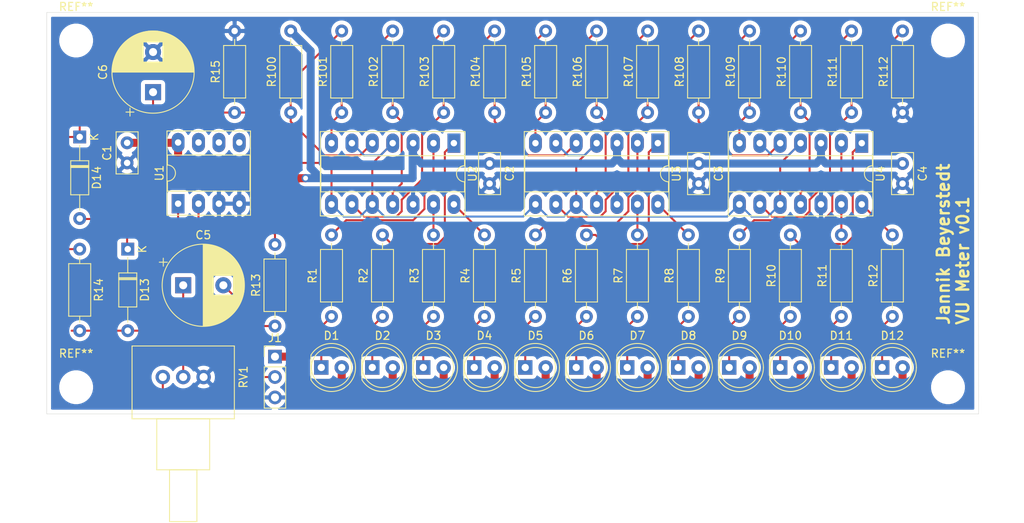
<source format=kicad_pcb>
(kicad_pcb (version 20171130) (host pcbnew "(5.1.7-0-10_14)")
  (title_block (title "VU Meter Module") (rev v0.1) (company "Jannik Beyerstedt") (comment 1 "Experimentation Prototype"))
  (layers (0 F.Cu signal) (31 B.Cu signal) (34 B.Paste user) (35 F.Paste user) (36 B.SilkS user) (37 F.SilkS user) (38 B.Mask user) (39 F.Mask user) (44 Edge.Cuts user))
  (net 0 "")
  (net 1 +15V)
  (net 2 "Net-(C5-Pad2)")
  (net 3 "Net-(C5-Pad1)")
  (net 4 "Net-(C6-Pad1)")
  (net 5 "Net-(D1-Pad1)")
  (net 6 "Net-(D2-Pad1)")
  (net 7 "Net-(D3-Pad1)")
  (net 8 "Net-(D4-Pad1)")
  (net 9 "Net-(D5-Pad1)")
  (net 10 "Net-(D6-Pad1)")
  (net 11 "Net-(D7-Pad1)")
  (net 12 "Net-(D8-Pad1)")
  (net 13 "Net-(D9-Pad1)")
  (net 14 "Net-(D10-Pad1)")
  (net 15 "Net-(D11-Pad1)")
  (net 16 "Net-(D12-Pad1)")
  (net 17 "Net-(D13-Pad2)")
  (net 18 "Net-(D13-Pad1)")
  (net 19 "Net-(R1-Pad2)")
  (net 20 "Net-(R2-Pad2)")
  (net 21 "Net-(R3-Pad2)")
  (net 22 "Net-(R4-Pad2)")
  (net 23 "Net-(R5-Pad2)")
  (net 24 "Net-(R6-Pad2)")
  (net 25 "Net-(R7-Pad2)")
  (net 26 "Net-(R8-Pad2)")
  (net 27 "Net-(R9-Pad2)")
  (net 28 "Net-(R10-Pad2)")
  (net 29 "Net-(R11-Pad2)")
  (net 30 "Net-(R12-Pad2)")
  (net 31 "Net-(R100-Pad1)")
  (net 32 "Net-(R101-Pad1)")
  (net 33 "Net-(R102-Pad1)")
  (net 34 "Net-(R103-Pad1)")
  (net 35 "Net-(R104-Pad1)")
  (net 36 "Net-(R105-Pad1)")
  (net 37 "Net-(R106-Pad1)")
  (net 38 "Net-(R107-Pad1)")
  (net 39 "Net-(R108-Pad1)")
  (net 40 "Net-(R109-Pad1)")
  (net 41 "Net-(R110-Pad1)")
  (net 42 "Net-(R111-Pad1)")
  (net 43 Line_Input)
  (net 44 GNDREF)
  (module Package_DIP:DIP-14_W7.62mm_Socket_LongPads (layer F.Cu) (at 131.5 36.275 270)
    (fp_text reference U4 (at 3.81 -2.33 90) (layer F.SilkS))
    (fp_text value LM339)
    (pad 14 thru_hole oval (at 7.62 0 270) (size 2.4 1.6) (drill 0.8) (layers *.Cu *.Mask) (net 30 "Net-(R12-Pad2)"))
    (pad 7 thru_hole oval (at 0 15.24 270) (size 2.4 1.6) (drill 0.8) (layers *.Cu *.Mask) (net 40 "Net-(R109-Pad1)"))
    (pad 13 thru_hole oval (at 7.62 2.54 270) (size 2.4 1.6) (drill 0.8) (layers *.Cu *.Mask) (net 29 "Net-(R11-Pad2)"))
    (pad 6 thru_hole oval (at 0 12.7 270) (size 2.4 1.6) (drill 0.8) (layers *.Cu *.Mask) (net 4 "Net-(C6-Pad1)"))
    (pad 12 thru_hole oval (at 7.62 5.08 270) (size 2.4 1.6) (drill 0.8) (layers *.Cu *.Mask) (net 44 GNDREF))
    (pad 5 thru_hole oval (at 0 10.16 270) (size 2.4 1.6) (drill 0.8) (layers *.Cu *.Mask) (net 39 "Net-(R108-Pad1)"))
    (pad 11 thru_hole oval (at 7.62 7.62 270) (size 2.4 1.6) (drill 0.8) (layers *.Cu *.Mask) (net 41 "Net-(R110-Pad1)"))
    (pad 4 thru_hole oval (at 0 7.62 270) (size 2.4 1.6) (drill 0.8) (layers *.Cu *.Mask) (net 4 "Net-(C6-Pad1)"))
    (pad 10 thru_hole oval (at 7.62 10.16 270) (size 2.4 1.6) (drill 0.8) (layers *.Cu *.Mask) (net 4 "Net-(C6-Pad1)"))
    (pad 3 thru_hole oval (at 0 5.08 270) (size 2.4 1.6) (drill 0.8) (layers *.Cu *.Mask) (net 1 +15V))
    (pad 9 thru_hole oval (at 7.62 12.7 270) (size 2.4 1.6) (drill 0.8) (layers *.Cu *.Mask) (net 42 "Net-(R111-Pad1)"))
    (pad 2 thru_hole oval (at 0 2.54 270) (size 2.4 1.6) (drill 0.8) (layers *.Cu *.Mask) (net 27 "Net-(R9-Pad2)"))
    (pad 8 thru_hole oval (at 7.62 15.24 270) (size 2.4 1.6) (drill 0.8) (layers *.Cu *.Mask) (net 4 "Net-(C6-Pad1)"))
    (pad 1 thru_hole rect (at 0 0 270) (size 2.4 1.6) (drill 0.8) (layers *.Cu *.Mask) (net 28 "Net-(R10-Pad2)"))
  )
  (module Package_DIP:DIP-14_W7.62mm_Socket_LongPads (layer F.Cu) (at 106.1 36.275 270)
    (fp_text reference U3 (at 3.81 -2.33 90) (layer F.SilkS))
    (fp_text value LM339)
    (pad 14 thru_hole oval (at 7.62 0 270) (size 2.4 1.6) (drill 0.8) (layers *.Cu *.Mask) (net 26 "Net-(R8-Pad2)"))
    (pad 7 thru_hole oval (at 0 15.24 270) (size 2.4 1.6) (drill 0.8) (layers *.Cu *.Mask) (net 36 "Net-(R105-Pad1)"))
    (pad 13 thru_hole oval (at 7.62 2.54 270) (size 2.4 1.6) (drill 0.8) (layers *.Cu *.Mask) (net 25 "Net-(R7-Pad2)"))
    (pad 6 thru_hole oval (at 0 12.7 270) (size 2.4 1.6) (drill 0.8) (layers *.Cu *.Mask) (net 4 "Net-(C6-Pad1)"))
    (pad 12 thru_hole oval (at 7.62 5.08 270) (size 2.4 1.6) (drill 0.8) (layers *.Cu *.Mask) (net 44 GNDREF))
    (pad 5 thru_hole oval (at 0 10.16 270) (size 2.4 1.6) (drill 0.8) (layers *.Cu *.Mask) (net 35 "Net-(R104-Pad1)"))
    (pad 11 thru_hole oval (at 7.62 7.62 270) (size 2.4 1.6) (drill 0.8) (layers *.Cu *.Mask) (net 37 "Net-(R106-Pad1)"))
    (pad 4 thru_hole oval (at 0 7.62 270) (size 2.4 1.6) (drill 0.8) (layers *.Cu *.Mask) (net 4 "Net-(C6-Pad1)"))
    (pad 10 thru_hole oval (at 7.62 10.16 270) (size 2.4 1.6) (drill 0.8) (layers *.Cu *.Mask) (net 4 "Net-(C6-Pad1)"))
    (pad 3 thru_hole oval (at 0 5.08 270) (size 2.4 1.6) (drill 0.8) (layers *.Cu *.Mask) (net 1 +15V))
    (pad 9 thru_hole oval (at 7.62 12.7 270) (size 2.4 1.6) (drill 0.8) (layers *.Cu *.Mask) (net 38 "Net-(R107-Pad1)"))
    (pad 2 thru_hole oval (at 0 2.54 270) (size 2.4 1.6) (drill 0.8) (layers *.Cu *.Mask) (net 23 "Net-(R5-Pad2)"))
    (pad 8 thru_hole oval (at 7.62 15.24 270) (size 2.4 1.6) (drill 0.8) (layers *.Cu *.Mask) (net 4 "Net-(C6-Pad1)"))
    (pad 1 thru_hole rect (at 0 0 270) (size 2.4 1.6) (drill 0.8) (layers *.Cu *.Mask) (net 24 "Net-(R6-Pad2)"))
  )
  (module MountingHole:MountingHole_3.2mm_M3 (layer F.Cu) (at 33.655 23.495)
    (fp_text reference REF** (at 0 -4.2) (layer F.SilkS))
    (fp_text value MountingHole_3.2mm_M3)
    (pad 1 np_thru_hole circle (at 0 0) (size 3.2 3.2) (drill 3.2) (layers *.Cu *.Mask))
  )
  (module MountingHole:MountingHole_3.2mm_M3 (layer F.Cu) (at 142.24 66.675)
    (fp_text reference REF** (at 0 -4.2) (layer F.SilkS))
    (fp_text value MountingHole_3.2mm_M3)
    (pad 1 np_thru_hole circle (at 0 0) (size 3.2 3.2) (drill 3.2) (layers *.Cu *.Mask))
  )
  (module MountingHole:MountingHole_3.2mm_M3 (layer F.Cu) (at 142.24 23.495)
    (fp_text reference REF** (at 0 -4.2) (layer F.SilkS))
    (fp_text value MountingHole_3.2mm_M3)
    (pad 1 np_thru_hole circle (at 0 0) (size 3.2 3.2) (drill 3.2) (layers *.Cu *.Mask))
  )
  (module MountingHole:MountingHole_3.2mm_M3 (layer F.Cu) (at 33.655 66.675)
    (fp_text reference REF** (at 0 -4.2) (layer F.SilkS))
    (fp_text value MountingHole_3.2mm_M3)
    (pad 1 np_thru_hole circle (at 0 0) (size 3.2 3.2) (drill 3.2) (layers *.Cu *.Mask))
  )
  (module Connector_PinHeader_2.54mm:PinHeader_1x03_P2.54mm_Vertical (layer F.Cu) (at 58.42 62.865)
    (fp_text reference J1 (at 0 -2.33) (layer F.SilkS))
    (fp_text value Pwr_Signal)
    (pad 3 thru_hole oval (at 0 5.08) (size 1.7 1.7) (drill 1) (layers *.Cu *.Mask) (net 44 GNDREF))
    (pad 2 thru_hole oval (at 0 2.54) (size 1.7 1.7) (drill 1) (layers *.Cu *.Mask) (net 43 Line_Input))
    (pad 1 thru_hole rect (at 0 0) (size 1.7 1.7) (drill 1) (layers *.Cu *.Mask) (net 1 +15V))
  )
  (module Package_DIP:DIP-14_W7.62mm_Socket_LongPads (layer F.Cu) (at 80.7 36.275 270)
    (fp_text reference U2 (at 3.81 -2.33 90) (layer F.SilkS))
    (fp_text value LM339)
    (pad 14 thru_hole oval (at 7.62 0 270) (size 2.4 1.6) (drill 0.8) (layers *.Cu *.Mask) (net 22 "Net-(R4-Pad2)"))
    (pad 7 thru_hole oval (at 0 15.24 270) (size 2.4 1.6) (drill 0.8) (layers *.Cu *.Mask) (net 32 "Net-(R101-Pad1)"))
    (pad 13 thru_hole oval (at 7.62 2.54 270) (size 2.4 1.6) (drill 0.8) (layers *.Cu *.Mask) (net 21 "Net-(R3-Pad2)"))
    (pad 6 thru_hole oval (at 0 12.7 270) (size 2.4 1.6) (drill 0.8) (layers *.Cu *.Mask) (net 4 "Net-(C6-Pad1)"))
    (pad 12 thru_hole oval (at 7.62 5.08 270) (size 2.4 1.6) (drill 0.8) (layers *.Cu *.Mask) (net 44 GNDREF))
    (pad 5 thru_hole oval (at 0 10.16 270) (size 2.4 1.6) (drill 0.8) (layers *.Cu *.Mask) (net 31 "Net-(R100-Pad1)"))
    (pad 11 thru_hole oval (at 7.62 7.62 270) (size 2.4 1.6) (drill 0.8) (layers *.Cu *.Mask) (net 33 "Net-(R102-Pad1)"))
    (pad 4 thru_hole oval (at 0 7.62 270) (size 2.4 1.6) (drill 0.8) (layers *.Cu *.Mask) (net 4 "Net-(C6-Pad1)"))
    (pad 10 thru_hole oval (at 7.62 10.16 270) (size 2.4 1.6) (drill 0.8) (layers *.Cu *.Mask) (net 4 "Net-(C6-Pad1)"))
    (pad 3 thru_hole oval (at 0 5.08 270) (size 2.4 1.6) (drill 0.8) (layers *.Cu *.Mask) (net 1 +15V))
    (pad 9 thru_hole oval (at 7.62 12.7 270) (size 2.4 1.6) (drill 0.8) (layers *.Cu *.Mask) (net 34 "Net-(R103-Pad1)"))
    (pad 2 thru_hole oval (at 0 2.54 270) (size 2.4 1.6) (drill 0.8) (layers *.Cu *.Mask) (net 19 "Net-(R1-Pad2)"))
    (pad 8 thru_hole oval (at 7.62 15.24 270) (size 2.4 1.6) (drill 0.8) (layers *.Cu *.Mask) (net 4 "Net-(C6-Pad1)"))
    (pad 1 thru_hole rect (at 0 0 270) (size 2.4 1.6) (drill 0.8) (layers *.Cu *.Mask) (net 20 "Net-(R2-Pad2)"))
  )
  (module Package_DIP:DIP-8_W7.62mm_Socket_LongPads (layer F.Cu) (at 46.355 43.815 90)
    (fp_text reference U1 (at 3.81 -2.33 90) (layer F.SilkS))
    (fp_text value LM833N)
    (pad 8 thru_hole oval (at 7.62 0 90) (size 2.4 1.6) (drill 0.8) (layers *.Cu *.Mask) (net 1 +15V))
    (pad 4 thru_hole oval (at 0 7.62 90) (size 2.4 1.6) (drill 0.8) (layers *.Cu *.Mask) (net 44 GNDREF))
    (pad 7 thru_hole oval (at 7.62 2.54 90) (size 2.4 1.6) (drill 0.8) (layers *.Cu *.Mask))
    (pad 3 thru_hole oval (at 0 5.08 90) (size 2.4 1.6) (drill 0.8) (layers *.Cu *.Mask) (net 44 GNDREF))
    (pad 6 thru_hole oval (at 7.62 5.08 90) (size 2.4 1.6) (drill 0.8) (layers *.Cu *.Mask))
    (pad 2 thru_hole oval (at 0 2.54 90) (size 2.4 1.6) (drill 0.8) (layers *.Cu *.Mask) (net 17 "Net-(D13-Pad2)"))
    (pad 5 thru_hole oval (at 7.62 7.62 90) (size 2.4 1.6) (drill 0.8) (layers *.Cu *.Mask))
    (pad 1 thru_hole rect (at 0 0 90) (size 2.4 1.6) (drill 0.8) (layers *.Cu *.Mask) (net 18 "Net-(D13-Pad1)"))
  )
  (module Potentiometer_THT:Potentiometer_Vishay_148-149_Single_Horizontal (layer F.Cu) (at 44.45 65.405 270)
    (fp_text reference RV1 (at 0 -10.04 90) (layer F.SilkS))
    (fp_text value 50K)
    (pad 1 thru_hole circle (at 0 0 270) (size 1.8 1.8) (drill 1) (layers *.Cu *.Mask) (net 43 Line_Input))
    (pad 2 thru_hole circle (at 0 -2.54 270) (size 1.8 1.8) (drill 1) (layers *.Cu *.Mask) (net 3 "Net-(C5-Pad1)"))
    (pad 3 thru_hole circle (at 0 -5.08 270) (size 1.8 1.8) (drill 1) (layers *.Cu *.Mask) (net 44 GNDREF))
  )
  (module Resistor_THT:R_Axial_DIN0207_L6.3mm_D2.5mm_P10.16mm_Horizontal (layer F.Cu) (at 136.58 32.465 90)
    (fp_text reference R112 (at 5.08 -2.37 90) (layer F.SilkS))
    (fp_text value 68R)
    (pad 2 thru_hole oval (at 10.16 0 90) (size 1.6 1.6) (drill 0.8) (layers *.Cu *.Mask) (net 42 "Net-(R111-Pad1)"))
    (pad 1 thru_hole circle (at 0 0 90) (size 1.6 1.6) (drill 0.8) (layers *.Cu *.Mask) (net 44 GNDREF))
  )
  (module Resistor_THT:R_Axial_DIN0207_L6.3mm_D2.5mm_P10.16mm_Horizontal (layer F.Cu) (at 130.23 32.465 90)
    (fp_text reference R111 (at 5.08 -2.37 90) (layer F.SilkS))
    (fp_text value 39R)
    (pad 2 thru_hole oval (at 10.16 0 90) (size 1.6 1.6) (drill 0.8) (layers *.Cu *.Mask) (net 41 "Net-(R110-Pad1)"))
    (pad 1 thru_hole circle (at 0 0 90) (size 1.6 1.6) (drill 0.8) (layers *.Cu *.Mask) (net 42 "Net-(R111-Pad1)"))
  )
  (module Resistor_THT:R_Axial_DIN0207_L6.3mm_D2.5mm_P10.16mm_Horizontal (layer F.Cu) (at 123.88 32.465 90)
    (fp_text reference R110 (at 5.08 -2.37 90) (layer F.SilkS))
    (fp_text value 68R)
    (pad 2 thru_hole oval (at 10.16 0 90) (size 1.6 1.6) (drill 0.8) (layers *.Cu *.Mask) (net 40 "Net-(R109-Pad1)"))
    (pad 1 thru_hole circle (at 0 0 90) (size 1.6 1.6) (drill 0.8) (layers *.Cu *.Mask) (net 41 "Net-(R110-Pad1)"))
  )
  (module Resistor_THT:R_Axial_DIN0207_L6.3mm_D2.5mm_P10.16mm_Horizontal (layer F.Cu) (at 117.53 32.465 90)
    (fp_text reference R109 (at 5.08 -2.37 90) (layer F.SilkS))
    (fp_text value 100R)
    (pad 2 thru_hole oval (at 10.16 0 90) (size 1.6 1.6) (drill 0.8) (layers *.Cu *.Mask) (net 39 "Net-(R108-Pad1)"))
    (pad 1 thru_hole circle (at 0 0 90) (size 1.6 1.6) (drill 0.8) (layers *.Cu *.Mask) (net 40 "Net-(R109-Pad1)"))
  )
  (module Resistor_THT:R_Axial_DIN0207_L6.3mm_D2.5mm_P10.16mm_Horizontal (layer F.Cu) (at 111.18 32.465 90)
    (fp_text reference R108 (at 5.08 -2.37 90) (layer F.SilkS))
    (fp_text value 150R)
    (pad 2 thru_hole oval (at 10.16 0 90) (size 1.6 1.6) (drill 0.8) (layers *.Cu *.Mask) (net 38 "Net-(R107-Pad1)"))
    (pad 1 thru_hole circle (at 0 0 90) (size 1.6 1.6) (drill 0.8) (layers *.Cu *.Mask) (net 39 "Net-(R108-Pad1)"))
  )
  (module Resistor_THT:R_Axial_DIN0207_L6.3mm_D2.5mm_P10.16mm_Horizontal (layer F.Cu) (at 104.83 32.465 90)
    (fp_text reference R107 (at 5.08 -2.37 90) (layer F.SilkS))
    (fp_text value 270R)
    (pad 2 thru_hole oval (at 10.16 0 90) (size 1.6 1.6) (drill 0.8) (layers *.Cu *.Mask) (net 37 "Net-(R106-Pad1)"))
    (pad 1 thru_hole circle (at 0 0 90) (size 1.6 1.6) (drill 0.8) (layers *.Cu *.Mask) (net 38 "Net-(R107-Pad1)"))
  )
  (module Resistor_THT:R_Axial_DIN0207_L6.3mm_D2.5mm_P10.16mm_Horizontal (layer F.Cu) (at 98.48 32.465 90)
    (fp_text reference R106 (at 5.08 -2.37 90) (layer F.SilkS))
    (fp_text value 390R)
    (pad 2 thru_hole oval (at 10.16 0 90) (size 1.6 1.6) (drill 0.8) (layers *.Cu *.Mask) (net 36 "Net-(R105-Pad1)"))
    (pad 1 thru_hole circle (at 0 0 90) (size 1.6 1.6) (drill 0.8) (layers *.Cu *.Mask) (net 37 "Net-(R106-Pad1)"))
  )
  (module Resistor_THT:R_Axial_DIN0207_L6.3mm_D2.5mm_P10.16mm_Horizontal (layer F.Cu) (at 92.13 32.465 90)
    (fp_text reference R105 (at 5.08 -2.37 90) (layer F.SilkS))
    (fp_text value 680R)
    (pad 2 thru_hole oval (at 10.16 0 90) (size 1.6 1.6) (drill 0.8) (layers *.Cu *.Mask) (net 35 "Net-(R104-Pad1)"))
    (pad 1 thru_hole circle (at 0 0 90) (size 1.6 1.6) (drill 0.8) (layers *.Cu *.Mask) (net 36 "Net-(R105-Pad1)"))
  )
  (module Resistor_THT:R_Axial_DIN0207_L6.3mm_D2.5mm_P10.16mm_Horizontal (layer F.Cu) (at 85.78 32.465 90)
    (fp_text reference R104 (at 5.08 -2.37 90) (layer F.SilkS))
    (fp_text value 1K)
    (pad 2 thru_hole oval (at 10.16 0 90) (size 1.6 1.6) (drill 0.8) (layers *.Cu *.Mask) (net 34 "Net-(R103-Pad1)"))
    (pad 1 thru_hole circle (at 0 0 90) (size 1.6 1.6) (drill 0.8) (layers *.Cu *.Mask) (net 35 "Net-(R104-Pad1)"))
  )
  (module Resistor_THT:R_Axial_DIN0207_L6.3mm_D2.5mm_P10.16mm_Horizontal (layer F.Cu) (at 79.43 32.465 90)
    (fp_text reference R103 (at 5.08 -2.37 90) (layer F.SilkS))
    (fp_text value 1.5K)
    (pad 2 thru_hole oval (at 10.16 0 90) (size 1.6 1.6) (drill 0.8) (layers *.Cu *.Mask) (net 33 "Net-(R102-Pad1)"))
    (pad 1 thru_hole circle (at 0 0 90) (size 1.6 1.6) (drill 0.8) (layers *.Cu *.Mask) (net 34 "Net-(R103-Pad1)"))
  )
  (module Resistor_THT:R_Axial_DIN0207_L6.3mm_D2.5mm_P10.16mm_Horizontal (layer F.Cu) (at 73.08 32.465 90)
    (fp_text reference R102 (at 5.08 -2.37 90) (layer F.SilkS))
    (fp_text value 2.7K)
    (pad 2 thru_hole oval (at 10.16 0 90) (size 1.6 1.6) (drill 0.8) (layers *.Cu *.Mask) (net 32 "Net-(R101-Pad1)"))
    (pad 1 thru_hole circle (at 0 0 90) (size 1.6 1.6) (drill 0.8) (layers *.Cu *.Mask) (net 33 "Net-(R102-Pad1)"))
  )
  (module Resistor_THT:R_Axial_DIN0207_L6.3mm_D2.5mm_P10.16mm_Horizontal (layer F.Cu) (at 66.73 32.465 90)
    (fp_text reference R101 (at 5.08 -2.37 90) (layer F.SilkS))
    (fp_text value 3.9K)
    (pad 2 thru_hole oval (at 10.16 0 90) (size 1.6 1.6) (drill 0.8) (layers *.Cu *.Mask) (net 31 "Net-(R100-Pad1)"))
    (pad 1 thru_hole circle (at 0 0 90) (size 1.6 1.6) (drill 0.8) (layers *.Cu *.Mask) (net 32 "Net-(R101-Pad1)"))
  )
  (module Resistor_THT:R_Axial_DIN0207_L6.3mm_D2.5mm_P10.16mm_Horizontal (layer F.Cu) (at 60.38 32.465 90)
    (fp_text reference R100 (at 5.08 -2.37 90) (layer F.SilkS))
    (fp_text value 2.7K)
    (pad 2 thru_hole oval (at 10.16 0 90) (size 1.6 1.6) (drill 0.8) (layers *.Cu *.Mask) (net 1 +15V))
    (pad 1 thru_hole circle (at 0 0 90) (size 1.6 1.6) (drill 0.8) (layers *.Cu *.Mask) (net 31 "Net-(R100-Pad1)"))
  )
  (module Resistor_THT:R_Axial_DIN0207_L6.3mm_D2.5mm_P10.16mm_Horizontal (layer F.Cu) (at 53.395 32.465 90)
    (fp_text reference R15 (at 5.08 -2.37 90) (layer F.SilkS))
    (fp_text value 10K)
    (pad 2 thru_hole oval (at 10.16 0 90) (size 1.6 1.6) (drill 0.8) (layers *.Cu *.Mask) (net 44 GNDREF))
    (pad 1 thru_hole circle (at 0 0 90) (size 1.6 1.6) (drill 0.8) (layers *.Cu *.Mask) (net 4 "Net-(C6-Pad1)"))
  )
  (module Resistor_THT:R_Axial_DIN0207_L6.3mm_D2.5mm_P10.16mm_Horizontal (layer F.Cu) (at 34.1 49.475 270)
    (fp_text reference R14 (at 5.08 -2.37 90) (layer F.SilkS))
    (fp_text value 3.9K)
    (pad 2 thru_hole oval (at 10.16 0 270) (size 1.6 1.6) (drill 0.8) (layers *.Cu *.Mask) (net 17 "Net-(D13-Pad2)"))
    (pad 1 thru_hole circle (at 0 0 270) (size 1.6 1.6) (drill 0.8) (layers *.Cu *.Mask) (net 4 "Net-(C6-Pad1)"))
  )
  (module Resistor_THT:R_Axial_DIN0207_L6.3mm_D2.5mm_P10.16mm_Horizontal (layer F.Cu) (at 58.42 59.055 90)
    (fp_text reference R13 (at 5.08 -2.37 90) (layer F.SilkS))
    (fp_text value 1K)
    (pad 2 thru_hole oval (at 10.16 0 90) (size 1.6 1.6) (drill 0.8) (layers *.Cu *.Mask) (net 17 "Net-(D13-Pad2)"))
    (pad 1 thru_hole circle (at 0 0 90) (size 1.6 1.6) (drill 0.8) (layers *.Cu *.Mask) (net 2 "Net-(C5-Pad2)"))
  )
  (module Resistor_THT:R_Axial_DIN0207_L6.3mm_D2.5mm_P10.16mm_Horizontal (layer F.Cu) (at 135.31 57.865 90)
    (fp_text reference R12 (at 5.08 -2.37 90) (layer F.SilkS))
    (fp_text value R)
    (pad 2 thru_hole oval (at 10.16 0 90) (size 1.6 1.6) (drill 0.8) (layers *.Cu *.Mask) (net 30 "Net-(R12-Pad2)"))
    (pad 1 thru_hole circle (at 0 0 90) (size 1.6 1.6) (drill 0.8) (layers *.Cu *.Mask) (net 16 "Net-(D12-Pad1)"))
  )
  (module Resistor_THT:R_Axial_DIN0207_L6.3mm_D2.5mm_P10.16mm_Horizontal (layer F.Cu) (at 128.96 57.865 90)
    (fp_text reference R11 (at 5.08 -2.37 90) (layer F.SilkS))
    (fp_text value R)
    (pad 2 thru_hole oval (at 10.16 0 90) (size 1.6 1.6) (drill 0.8) (layers *.Cu *.Mask) (net 29 "Net-(R11-Pad2)"))
    (pad 1 thru_hole circle (at 0 0 90) (size 1.6 1.6) (drill 0.8) (layers *.Cu *.Mask) (net 15 "Net-(D11-Pad1)"))
  )
  (module Resistor_THT:R_Axial_DIN0207_L6.3mm_D2.5mm_P10.16mm_Horizontal (layer F.Cu) (at 122.61 57.865 90)
    (fp_text reference R10 (at 5.08 -2.37 90) (layer F.SilkS))
    (fp_text value R)
    (pad 2 thru_hole oval (at 10.16 0 90) (size 1.6 1.6) (drill 0.8) (layers *.Cu *.Mask) (net 28 "Net-(R10-Pad2)"))
    (pad 1 thru_hole circle (at 0 0 90) (size 1.6 1.6) (drill 0.8) (layers *.Cu *.Mask) (net 14 "Net-(D10-Pad1)"))
  )
  (module Resistor_THT:R_Axial_DIN0207_L6.3mm_D2.5mm_P10.16mm_Horizontal (layer F.Cu) (at 116.26 57.865 90)
    (fp_text reference R9 (at 5.08 -2.37 90) (layer F.SilkS))
    (fp_text value R)
    (pad 2 thru_hole oval (at 10.16 0 90) (size 1.6 1.6) (drill 0.8) (layers *.Cu *.Mask) (net 27 "Net-(R9-Pad2)"))
    (pad 1 thru_hole circle (at 0 0 90) (size 1.6 1.6) (drill 0.8) (layers *.Cu *.Mask) (net 13 "Net-(D9-Pad1)"))
  )
  (module Resistor_THT:R_Axial_DIN0207_L6.3mm_D2.5mm_P10.16mm_Horizontal (layer F.Cu) (at 109.91 57.865 90)
    (fp_text reference R8 (at 5.08 -2.37 90) (layer F.SilkS))
    (fp_text value R)
    (pad 2 thru_hole oval (at 10.16 0 90) (size 1.6 1.6) (drill 0.8) (layers *.Cu *.Mask) (net 26 "Net-(R8-Pad2)"))
    (pad 1 thru_hole circle (at 0 0 90) (size 1.6 1.6) (drill 0.8) (layers *.Cu *.Mask) (net 12 "Net-(D8-Pad1)"))
  )
  (module Resistor_THT:R_Axial_DIN0207_L6.3mm_D2.5mm_P10.16mm_Horizontal (layer F.Cu) (at 103.56 57.865 90)
    (fp_text reference R7 (at 5.08 -2.37 90) (layer F.SilkS))
    (fp_text value R)
    (pad 2 thru_hole oval (at 10.16 0 90) (size 1.6 1.6) (drill 0.8) (layers *.Cu *.Mask) (net 25 "Net-(R7-Pad2)"))
    (pad 1 thru_hole circle (at 0 0 90) (size 1.6 1.6) (drill 0.8) (layers *.Cu *.Mask) (net 11 "Net-(D7-Pad1)"))
  )
  (module Resistor_THT:R_Axial_DIN0207_L6.3mm_D2.5mm_P10.16mm_Horizontal (layer F.Cu) (at 97.21 57.865 90)
    (fp_text reference R6 (at 5.08 -2.37 90) (layer F.SilkS))
    (fp_text value R)
    (pad 2 thru_hole oval (at 10.16 0 90) (size 1.6 1.6) (drill 0.8) (layers *.Cu *.Mask) (net 24 "Net-(R6-Pad2)"))
    (pad 1 thru_hole circle (at 0 0 90) (size 1.6 1.6) (drill 0.8) (layers *.Cu *.Mask) (net 10 "Net-(D6-Pad1)"))
  )
  (module Resistor_THT:R_Axial_DIN0207_L6.3mm_D2.5mm_P10.16mm_Horizontal (layer F.Cu) (at 90.86 57.865 90)
    (fp_text reference R5 (at 5.08 -2.37 90) (layer F.SilkS))
    (fp_text value R)
    (pad 2 thru_hole oval (at 10.16 0 90) (size 1.6 1.6) (drill 0.8) (layers *.Cu *.Mask) (net 23 "Net-(R5-Pad2)"))
    (pad 1 thru_hole circle (at 0 0 90) (size 1.6 1.6) (drill 0.8) (layers *.Cu *.Mask) (net 9 "Net-(D5-Pad1)"))
  )
  (module Resistor_THT:R_Axial_DIN0207_L6.3mm_D2.5mm_P10.16mm_Horizontal (layer F.Cu) (at 84.51 57.865 90)
    (fp_text reference R4 (at 5.08 -2.37 90) (layer F.SilkS))
    (fp_text value R)
    (pad 2 thru_hole oval (at 10.16 0 90) (size 1.6 1.6) (drill 0.8) (layers *.Cu *.Mask) (net 22 "Net-(R4-Pad2)"))
    (pad 1 thru_hole circle (at 0 0 90) (size 1.6 1.6) (drill 0.8) (layers *.Cu *.Mask) (net 8 "Net-(D4-Pad1)"))
  )
  (module Resistor_THT:R_Axial_DIN0207_L6.3mm_D2.5mm_P10.16mm_Horizontal (layer F.Cu) (at 78.16 57.865 90)
    (fp_text reference R3 (at 5.08 -2.37 90) (layer F.SilkS))
    (fp_text value R)
    (pad 2 thru_hole oval (at 10.16 0 90) (size 1.6 1.6) (drill 0.8) (layers *.Cu *.Mask) (net 21 "Net-(R3-Pad2)"))
    (pad 1 thru_hole circle (at 0 0 90) (size 1.6 1.6) (drill 0.8) (layers *.Cu *.Mask) (net 7 "Net-(D3-Pad1)"))
  )
  (module Resistor_THT:R_Axial_DIN0207_L6.3mm_D2.5mm_P10.16mm_Horizontal (layer F.Cu) (at 71.81 57.865 90)
    (fp_text reference R2 (at 5.08 -2.37 90) (layer F.SilkS))
    (fp_text value R)
    (pad 2 thru_hole oval (at 10.16 0 90) (size 1.6 1.6) (drill 0.8) (layers *.Cu *.Mask) (net 20 "Net-(R2-Pad2)"))
    (pad 1 thru_hole circle (at 0 0 90) (size 1.6 1.6) (drill 0.8) (layers *.Cu *.Mask) (net 6 "Net-(D2-Pad1)"))
  )
  (module Resistor_THT:R_Axial_DIN0207_L6.3mm_D2.5mm_P10.16mm_Horizontal (layer F.Cu) (at 65.46 57.865 90)
    (fp_text reference R1 (at 5.08 -2.37 90) (layer F.SilkS))
    (fp_text value R)
    (pad 2 thru_hole oval (at 10.16 0 90) (size 1.6 1.6) (drill 0.8) (layers *.Cu *.Mask) (net 19 "Net-(R1-Pad2)"))
    (pad 1 thru_hole circle (at 0 0 90) (size 1.6 1.6) (drill 0.8) (layers *.Cu *.Mask) (net 5 "Net-(D1-Pad1)"))
  )
  (module Diode_THT:D_DO-35_SOD27_P10.16mm_Horizontal (layer F.Cu) (at 34.1 35.505 270)
    (fp_text reference D14 (at 5.08 -2.12 90) (layer F.SilkS))
    (fp_text value 1N4148)
    (fp_text user K (at 0 -1.8 90) (layer F.SilkS))
    (pad 2 thru_hole oval (at 10.16 0 270) (size 1.6 1.6) (drill 0.8) (layers *.Cu *.Mask) (net 18 "Net-(D13-Pad1)"))
    (pad 1 thru_hole rect (at 0 0 270) (size 1.6 1.6) (drill 0.8) (layers *.Cu *.Mask) (net 4 "Net-(C6-Pad1)"))
  )
  (module Diode_THT:D_DO-35_SOD27_P10.16mm_Horizontal (layer F.Cu) (at 40.085 49.475 270)
    (fp_text reference D13 (at 5.08 -2.12 90) (layer F.SilkS))
    (fp_text value 1N4148)
    (fp_text user K (at 0 -1.8 90) (layer F.SilkS))
    (pad 2 thru_hole oval (at 10.16 0 270) (size 1.6 1.6) (drill 0.8) (layers *.Cu *.Mask) (net 17 "Net-(D13-Pad2)"))
    (pad 1 thru_hole rect (at 0 0 270) (size 1.6 1.6) (drill 0.8) (layers *.Cu *.Mask) (net 18 "Net-(D13-Pad1)"))
  )
  (module LED_THT:LED_D5.0mm (layer F.Cu) (at 134.04 64.215)
    (fp_text reference D12 (at 1.27 -3.96) (layer F.SilkS))
    (fp_text value "-32 rd")
    (pad 2 thru_hole circle (at 2.54 0) (size 1.8 1.8) (drill 0.9) (layers *.Cu *.Mask) (net 1 +15V))
    (pad 1 thru_hole rect (at 0 0) (size 1.8 1.8) (drill 0.9) (layers *.Cu *.Mask) (net 16 "Net-(D12-Pad1)"))
  )
  (module LED_THT:LED_D5.0mm (layer F.Cu) (at 127.69 64.215)
    (fp_text reference D11 (at 1.27 -3.96) (layer F.SilkS))
    (fp_text value "-28 rd")
    (pad 2 thru_hole circle (at 2.54 0) (size 1.8 1.8) (drill 0.9) (layers *.Cu *.Mask) (net 1 +15V))
    (pad 1 thru_hole rect (at 0 0) (size 1.8 1.8) (drill 0.9) (layers *.Cu *.Mask) (net 15 "Net-(D11-Pad1)"))
  )
  (module LED_THT:LED_D5.0mm (layer F.Cu) (at 121.34 64.215)
    (fp_text reference D10 (at 1.27 -3.96) (layer F.SilkS))
    (fp_text value "-24 rd")
    (pad 2 thru_hole circle (at 2.54 0) (size 1.8 1.8) (drill 0.9) (layers *.Cu *.Mask) (net 1 +15V))
    (pad 1 thru_hole rect (at 0 0) (size 1.8 1.8) (drill 0.9) (layers *.Cu *.Mask) (net 14 "Net-(D10-Pad1)"))
  )
  (module LED_THT:LED_D5.0mm (layer F.Cu) (at 114.99 64.215)
    (fp_text reference D9 (at 1.27 -3.96) (layer F.SilkS))
    (fp_text value "-20 rd")
    (pad 2 thru_hole circle (at 2.54 0) (size 1.8 1.8) (drill 0.9) (layers *.Cu *.Mask) (net 1 +15V))
    (pad 1 thru_hole rect (at 0 0) (size 1.8 1.8) (drill 0.9) (layers *.Cu *.Mask) (net 13 "Net-(D9-Pad1)"))
  )
  (module LED_THT:LED_D5.0mm (layer F.Cu) (at 108.64 64.215)
    (fp_text reference D8 (at 1.27 -3.96) (layer F.SilkS))
    (fp_text value "-16 ye")
    (pad 2 thru_hole circle (at 2.54 0) (size 1.8 1.8) (drill 0.9) (layers *.Cu *.Mask) (net 1 +15V))
    (pad 1 thru_hole rect (at 0 0) (size 1.8 1.8) (drill 0.9) (layers *.Cu *.Mask) (net 12 "Net-(D8-Pad1)"))
  )
  (module LED_THT:LED_D5.0mm (layer F.Cu) (at 102.29 64.215)
    (fp_text reference D7 (at 1.27 -3.96) (layer F.SilkS))
    (fp_text value "-12 ye")
    (pad 2 thru_hole circle (at 2.54 0) (size 1.8 1.8) (drill 0.9) (layers *.Cu *.Mask) (net 1 +15V))
    (pad 1 thru_hole rect (at 0 0) (size 1.8 1.8) (drill 0.9) (layers *.Cu *.Mask) (net 11 "Net-(D7-Pad1)"))
  )
  (module LED_THT:LED_D5.0mm (layer F.Cu) (at 95.94 64.215)
    (fp_text reference D6 (at 1.27 -3.96) (layer F.SilkS))
    (fp_text value "-8 gn")
    (pad 2 thru_hole circle (at 2.54 0) (size 1.8 1.8) (drill 0.9) (layers *.Cu *.Mask) (net 1 +15V))
    (pad 1 thru_hole rect (at 0 0) (size 1.8 1.8) (drill 0.9) (layers *.Cu *.Mask) (net 10 "Net-(D6-Pad1)"))
  )
  (module LED_THT:LED_D5.0mm (layer F.Cu) (at 89.59 64.215)
    (fp_text reference D5 (at 1.27 -3.96) (layer F.SilkS))
    (fp_text value "-4 gn")
    (pad 2 thru_hole circle (at 2.54 0) (size 1.8 1.8) (drill 0.9) (layers *.Cu *.Mask) (net 1 +15V))
    (pad 1 thru_hole rect (at 0 0) (size 1.8 1.8) (drill 0.9) (layers *.Cu *.Mask) (net 9 "Net-(D5-Pad1)"))
  )
  (module LED_THT:LED_D5.0mm (layer F.Cu) (at 83.24 64.215)
    (fp_text reference D4 (at 1.27 -3.96) (layer F.SilkS))
    (fp_text value "0 gn")
    (pad 2 thru_hole circle (at 2.54 0) (size 1.8 1.8) (drill 0.9) (layers *.Cu *.Mask) (net 1 +15V))
    (pad 1 thru_hole rect (at 0 0) (size 1.8 1.8) (drill 0.9) (layers *.Cu *.Mask) (net 8 "Net-(D4-Pad1)"))
  )
  (module LED_THT:LED_D5.0mm (layer F.Cu) (at 76.89 64.215)
    (fp_text reference D3 (at 1.27 -3.96) (layer F.SilkS))
    (fp_text value "+4 ye")
    (pad 2 thru_hole circle (at 2.54 0) (size 1.8 1.8) (drill 0.9) (layers *.Cu *.Mask) (net 1 +15V))
    (pad 1 thru_hole rect (at 0 0) (size 1.8 1.8) (drill 0.9) (layers *.Cu *.Mask) (net 7 "Net-(D3-Pad1)"))
  )
  (module LED_THT:LED_D5.0mm (layer F.Cu) (at 70.54 64.215)
    (fp_text reference D2 (at 1.27 -3.96) (layer F.SilkS))
    (fp_text value "+8 ye")
    (pad 2 thru_hole circle (at 2.54 0) (size 1.8 1.8) (drill 0.9) (layers *.Cu *.Mask) (net 1 +15V))
    (pad 1 thru_hole rect (at 0 0) (size 1.8 1.8) (drill 0.9) (layers *.Cu *.Mask) (net 6 "Net-(D2-Pad1)"))
  )
  (module LED_THT:LED_D5.0mm (layer F.Cu) (at 64.19 64.215)
    (fp_text reference D1 (at 1.27 -3.96) (layer F.SilkS))
    (fp_text value "+12 rd")
    (pad 2 thru_hole circle (at 2.54 0) (size 1.8 1.8) (drill 0.9) (layers *.Cu *.Mask) (net 1 +15V))
    (pad 1 thru_hole rect (at 0 0) (size 1.8 1.8) (drill 0.9) (layers *.Cu *.Mask) (net 5 "Net-(D1-Pad1)"))
  )
  (module Capacitor_THT:CP_Radial_D10.0mm_P5.00mm (layer F.Cu) (at 43.235 29.925 90)
    (fp_text reference C6 (at 2.5 -6.25 90) (layer F.SilkS))
    (fp_text value 2.2uF)
    (pad 2 thru_hole circle (at 5 0 90) (size 2 2) (drill 1) (layers *.Cu *.Mask) (net 44 GNDREF))
    (pad 1 thru_hole rect (at 0 0 90) (size 2 2) (drill 1) (layers *.Cu *.Mask) (net 4 "Net-(C6-Pad1)"))
  )
  (module Capacitor_THT:CP_Radial_D10.0mm_P5.00mm (layer F.Cu) (at 46.99 53.975)
    (fp_text reference C5 (at 2.5 -6.25) (layer F.SilkS))
    (fp_text value 10uF)
    (pad 2 thru_hole circle (at 5 0) (size 2 2) (drill 1) (layers *.Cu *.Mask) (net 2 "Net-(C5-Pad2)"))
    (pad 1 thru_hole rect (at 0 0) (size 2 2) (drill 1) (layers *.Cu *.Mask) (net 3 "Net-(C5-Pad1)"))
  )
  (module Capacitor_THT:C_Disc_D5.0mm_W2.5mm_P2.50mm (layer F.Cu) (at 136.58 38.815 270)
    (fp_text reference C4 (at 1.25 -2.5 90) (layer F.SilkS))
    (fp_text value 100nF)
    (pad 2 thru_hole circle (at 2.5 0 270) (size 1.6 1.6) (drill 0.8) (layers *.Cu *.Mask) (net 44 GNDREF))
    (pad 1 thru_hole circle (at 0 0 270) (size 1.6 1.6) (drill 0.8) (layers *.Cu *.Mask) (net 1 +15V))
  )
  (module Capacitor_THT:C_Disc_D5.0mm_W2.5mm_P2.50mm (layer F.Cu) (at 111.18 38.815 270)
    (fp_text reference C3 (at 1.25 -2.5 90) (layer F.SilkS))
    (fp_text value 100nF)
    (pad 2 thru_hole circle (at 2.5 0 270) (size 1.6 1.6) (drill 0.8) (layers *.Cu *.Mask) (net 44 GNDREF))
    (pad 1 thru_hole circle (at 0 0 270) (size 1.6 1.6) (drill 0.8) (layers *.Cu *.Mask) (net 1 +15V))
  )
  (module Capacitor_THT:C_Disc_D5.0mm_W2.5mm_P2.50mm (layer F.Cu) (at 85.145 38.815 270)
    (fp_text reference C2 (at 1.25 -2.5 90) (layer F.SilkS))
    (fp_text value 100nF)
    (pad 2 thru_hole circle (at 2.5 0 270) (size 1.6 1.6) (drill 0.8) (layers *.Cu *.Mask) (net 44 GNDREF))
    (pad 1 thru_hole circle (at 0 0 270) (size 1.6 1.6) (drill 0.8) (layers *.Cu *.Mask) (net 1 +15V))
  )
  (module Capacitor_THT:C_Disc_D5.0mm_W2.5mm_P2.50mm (layer F.Cu) (at 40.005 38.735 90)
    (fp_text reference C1 (at 1.25 -2.5 90) (layer F.SilkS))
    (fp_text value 100nF)
    (pad 2 thru_hole circle (at 2.5 0 90) (size 1.6 1.6) (drill 0.8) (layers *.Cu *.Mask) (net 1 +15V))
    (pad 1 thru_hole circle (at 0 0 90) (size 1.6 1.6) (drill 0.8) (layers *.Cu *.Mask) (net 44 GNDREF))
  )
  (gr_text "Jannik Beyerstedt\nVU Meter v0.1" (at 142.875 59.055 90) (layer F.SilkS) (effects (font (size 1.5 1.5) (thickness 0.3)) (justify left)))
  (gr_line (start 146 20) (end 30 20) (layer Edge.Cuts) (width 0.05))
  (gr_line (start 146.05 70) (end 146 20) (layer Edge.Cuts) (width 0.05))
  (gr_line (start 30 20) (end 30 70) (layer Edge.Cuts) (width 0.05))
  (gr_line (start 146.05 70) (end 30 70) (layer Edge.Cuts) (width 0.05))
  (segment (start 136.58 66.755) (end 136.58 64.215) (width 1) (layer F.Cu) (net 1))
  (segment (start 130.23 66.755) (end 136.58 66.755) (width 1) (layer F.Cu) (net 1))
  (segment (start 130.23 64.215) (end 130.23 66.755) (width 1) (layer F.Cu) (net 1))
  (segment (start 123.88 64.215) (end 123.88 66.755) (width 1) (layer F.Cu) (net 1))
  (segment (start 123.88 66.755) (end 130.23 66.755) (width 1) (layer F.Cu) (net 1))
  (segment (start 117.53 64.215) (end 117.53 66.755) (width 1) (layer F.Cu) (net 1))
  (segment (start 117.53 66.755) (end 123.88 66.755) (width 1) (layer F.Cu) (net 1))
  (segment (start 111.18 64.215) (end 111.18 66.755) (width 1) (layer F.Cu) (net 1))
  (segment (start 111.18 66.755) (end 117.53 66.755) (width 1) (layer F.Cu) (net 1))
  (segment (start 104.83 66.755) (end 111.18 66.755) (width 1) (layer F.Cu) (net 1))
  (segment (start 104.83 64.215) (end 104.83 66.755) (width 1) (layer F.Cu) (net 1))
  (segment (start 98.48 64.215) (end 98.48 66.755) (width 1) (layer F.Cu) (net 1))
  (segment (start 98.48 66.755) (end 104.83 66.755) (width 1) (layer F.Cu) (net 1))
  (segment (start 92.13 64.215) (end 92.13 66.755) (width 1) (layer F.Cu) (net 1))
  (segment (start 92.13 66.755) (end 98.48 66.755) (width 1) (layer F.Cu) (net 1))
  (segment (start 85.78 64.215) (end 85.78 66.12) (width 1) (layer F.Cu) (net 1))
  (segment (start 85.78 66.12) (end 85.78 66.755) (width 1) (layer F.Cu) (net 1))
  (segment (start 85.78 66.755) (end 92.13 66.755) (width 1) (layer F.Cu) (net 1))
  (segment (start 79.43 64.215) (end 79.43 66.755) (width 1) (layer F.Cu) (net 1))
  (segment (start 79.43 66.755) (end 85.78 66.755) (width 1) (layer F.Cu) (net 1))
  (segment (start 73.08 64.215) (end 73.08 66.755) (width 1) (layer F.Cu) (net 1))
  (segment (start 73.08 66.755) (end 79.43 66.755) (width 1) (layer F.Cu) (net 1))
  (segment (start 66.73 64.215) (end 66.73 66.755) (width 1) (layer F.Cu) (net 1))
  (segment (start 66.73 66.755) (end 73.08 66.755) (width 1) (layer F.Cu) (net 1))
  (segment (start 85.145 38.815) (end 76.655 38.815) (width 1) (layer B.Cu) (net 1))
  (segment (start 75.62 37.78) (end 75.62 36.275) (width 1) (layer B.Cu) (net 1))
  (segment (start 111.18 38.815) (end 101.655 38.815) (width 1) (layer B.Cu) (net 1))
  (segment (start 101.02 38.18) (end 101.02 36.275) (width 1) (layer B.Cu) (net 1))
  (segment (start 101.655 38.815) (end 101.02 38.18) (width 1) (layer B.Cu) (net 1))
  (segment (start 136.58 38.815) (end 127.025 38.815) (width 1) (layer B.Cu) (net 1))
  (segment (start 126.42 38.21) (end 126.42 36.275) (width 1) (layer B.Cu) (net 1))
  (segment (start 127.025 38.815) (end 126.42 38.21) (width 1) (layer B.Cu) (net 1))
  (segment (start 100.385 38.815) (end 101.02 38.18) (width 1) (layer B.Cu) (net 1))
  (segment (start 85.145 38.815) (end 100.385 38.815) (width 1) (layer B.Cu) (net 1))
  (segment (start 125.815 38.815) (end 126.42 38.21) (width 1) (layer B.Cu) (net 1))
  (segment (start 111.18 38.815) (end 125.815 38.815) (width 1) (layer B.Cu) (net 1))
  (segment (start 63.669998 66.755) (end 66.73 66.755) (width 1) (layer F.Cu) (net 1))
  (segment (start 76.3875 38.5475) (end 75.62 37.78) (width 1) (layer B.Cu) (net 1))
  (segment (start 76.655 38.815) (end 76.3875 38.5475) (width 1) (layer B.Cu) (net 1))
  (segment (start 46.315 36.235) (end 46.355 36.195) (width 1) (layer F.Cu) (net 1))
  (segment (start 40.005 36.235) (end 46.315 36.235) (width 1) (layer F.Cu) (net 1))
  (segment (start 46.355 40.005) (end 46.99 40.64) (width 1) (layer F.Cu) (net 1))
  (segment (start 62.23 40.64) (end 62.23 40.64) (width 1) (layer F.Cu) (net 1))
  (via (at 62.23 40.64) (size 0.8) (drill 0.6) (layers F.Cu B.Cu) (net 1))
  (segment (start 58.42 62.865) (end 60.96 62.865) (width 1) (layer F.Cu) (net 1))
  (segment (start 60.96 62.865) (end 60.96 66.04) (width 1) (layer F.Cu) (net 1))
  (segment (start 61.675 66.755) (end 63.669998 66.755) (width 1) (layer F.Cu) (net 1))
  (segment (start 60.96 66.04) (end 61.675 66.755) (width 1) (layer F.Cu) (net 1))
  (segment (start 60.96 40.64) (end 62.23 40.64) (width 1) (layer F.Cu) (net 1))
  (segment (start 46.99 40.64) (end 60.96 40.64) (width 1) (layer F.Cu) (net 1))
  (segment (start 46.355 36.195) (end 46.355 40.005) (width 1) (layer F.Cu) (net 1))
  (segment (start 75.565 36.33) (end 75.62 36.275) (width 1) (layer B.Cu) (net 1))
  (segment (start 75.565 40.64) (end 75.565 36.33) (width 1) (layer B.Cu) (net 1))
  (segment (start 62.865 39.37) (end 64.135 40.64) (width 1) (layer B.Cu) (net 1))
  (segment (start 62.865 24.79) (end 62.865 39.37) (width 1) (layer B.Cu) (net 1))
  (segment (start 60.38 22.305) (end 62.865 24.79) (width 1) (layer B.Cu) (net 1))
  (segment (start 64.135 40.64) (end 75.565 40.64) (width 1) (layer B.Cu) (net 1))
  (segment (start 62.23 40.64) (end 64.135 40.64) (width 1) (layer B.Cu) (net 1))
  (segment (start 60.96 62.865) (end 60.96 40.64) (width 1) (layer F.Cu) (net 1))
  (segment (start 57.07 59.055) (end 58.42 59.055) (width 0.25) (layer F.Cu) (net 2))
  (segment (start 51.99 53.975) (end 57.07 59.055) (width 0.25) (layer F.Cu) (net 2))
  (segment (start 46.99 53.975) (end 46.99 65.405) (width 0.25) (layer F.Cu) (net 3))
  (segment (start 69.01499 45.42001) (end 70.54 43.895) (width 0.25) (layer B.Cu) (net 4))
  (segment (start 66.98501 45.42001) (end 69.01499 45.42001) (width 0.25) (layer B.Cu) (net 4))
  (segment (start 65.46 43.895) (end 66.98501 45.42001) (width 0.25) (layer B.Cu) (net 4))
  (segment (start 72.06501 45.42001) (end 89.33499 45.42001) (width 0.25) (layer B.Cu) (net 4))
  (segment (start 89.33499 45.42001) (end 90.86 43.895) (width 0.25) (layer B.Cu) (net 4))
  (segment (start 70.54 43.895) (end 72.06501 45.42001) (width 0.25) (layer B.Cu) (net 4))
  (segment (start 94.41499 45.42001) (end 95.94 43.895) (width 0.25) (layer B.Cu) (net 4))
  (segment (start 92.38501 45.42001) (end 94.41499 45.42001) (width 0.25) (layer B.Cu) (net 4))
  (segment (start 90.86 43.895) (end 92.38501 45.42001) (width 0.25) (layer B.Cu) (net 4))
  (segment (start 114.73499 45.42001) (end 116.26 43.895) (width 0.25) (layer B.Cu) (net 4))
  (segment (start 97.46501 45.42001) (end 114.73499 45.42001) (width 0.25) (layer B.Cu) (net 4))
  (segment (start 95.94 43.895) (end 97.46501 45.42001) (width 0.25) (layer B.Cu) (net 4))
  (segment (start 119.81499 45.42001) (end 121.34 43.895) (width 0.25) (layer B.Cu) (net 4))
  (segment (start 117.78501 45.42001) (end 119.81499 45.42001) (width 0.25) (layer B.Cu) (net 4))
  (segment (start 116.26 43.895) (end 117.78501 45.42001) (width 0.25) (layer B.Cu) (net 4))
  (segment (start 71.55499 37.80001) (end 73.08 36.275) (width 0.25) (layer B.Cu) (net 4))
  (segment (start 69.52501 37.80001) (end 71.55499 37.80001) (width 0.25) (layer B.Cu) (net 4))
  (segment (start 68 36.275) (end 69.52501 37.80001) (width 0.25) (layer B.Cu) (net 4))
  (segment (start 96.95499 37.80001) (end 98.48 36.275) (width 0.25) (layer B.Cu) (net 4))
  (segment (start 94.92501 37.80001) (end 96.95499 37.80001) (width 0.25) (layer B.Cu) (net 4))
  (segment (start 93.4 36.275) (end 94.92501 37.80001) (width 0.25) (layer B.Cu) (net 4))
  (segment (start 122.35499 37.80001) (end 123.88 36.275) (width 0.25) (layer B.Cu) (net 4))
  (segment (start 120.32501 37.80001) (end 122.35499 37.80001) (width 0.25) (layer B.Cu) (net 4))
  (segment (start 118.8 36.275) (end 120.32501 37.80001) (width 0.25) (layer B.Cu) (net 4))
  (segment (start 70.54 38.815) (end 73.08 36.275) (width 0.25) (layer F.Cu) (net 4))
  (segment (start 70.54 43.895) (end 70.54 38.815) (width 0.25) (layer F.Cu) (net 4))
  (segment (start 95.94 38.815) (end 98.48 36.275) (width 0.25) (layer F.Cu) (net 4))
  (segment (start 95.94 43.895) (end 95.94 38.815) (width 0.25) (layer F.Cu) (net 4))
  (segment (start 121.34 38.815) (end 123.88 36.275) (width 0.25) (layer F.Cu) (net 4))
  (segment (start 121.34 43.895) (end 121.34 38.815) (width 0.25) (layer F.Cu) (net 4))
  (segment (start 34.1 49.475) (end 31.695 49.475) (width 0.25) (layer F.Cu) (net 4))
  (segment (start 31.695 49.475) (end 31.115 48.895) (width 0.25) (layer F.Cu) (net 4))
  (segment (start 31.115 48.895) (end 31.115 36.195) (width 0.25) (layer F.Cu) (net 4))
  (segment (start 31.805 35.505) (end 34.1 35.505) (width 0.25) (layer F.Cu) (net 4))
  (segment (start 31.115 36.195) (end 31.805 35.505) (width 0.25) (layer F.Cu) (net 4))
  (segment (start 53.395 32.465) (end 43.26 32.465) (width 0.25) (layer F.Cu) (net 4))
  (segment (start 43.235 32.44) (end 43.235 29.925) (width 0.25) (layer F.Cu) (net 4))
  (segment (start 43.26 32.465) (end 43.235 32.44) (width 0.25) (layer F.Cu) (net 4))
  (segment (start 43.26 32.465) (end 35.48 32.465) (width 0.25) (layer F.Cu) (net 4))
  (segment (start 34.1 33.845) (end 34.1 36.14) (width 0.25) (layer F.Cu) (net 4))
  (segment (start 35.48 32.465) (end 34.1 33.845) (width 0.25) (layer F.Cu) (net 4))
  (segment (start 65.46 39.425) (end 65.46 43.895) (width 0.25) (layer F.Cu) (net 4))
  (segment (start 58.42 38.735) (end 64.77 38.735) (width 0.25) (layer F.Cu) (net 4))
  (segment (start 53.395 32.465) (end 56.435 32.465) (width 0.25) (layer F.Cu) (net 4))
  (segment (start 57.15 37.465) (end 58.42 38.735) (width 0.25) (layer F.Cu) (net 4))
  (segment (start 64.77 38.735) (end 65.46 39.425) (width 0.25) (layer F.Cu) (net 4))
  (segment (start 57.15 33.18) (end 57.15 37.465) (width 0.25) (layer F.Cu) (net 4))
  (segment (start 56.435 32.465) (end 57.15 33.18) (width 0.25) (layer F.Cu) (net 4))
  (segment (start 64.19 59.135) (end 65.46 57.865) (width 0.25) (layer F.Cu) (net 5))
  (segment (start 64.19 64.215) (end 64.19 59.135) (width 0.25) (layer F.Cu) (net 5))
  (segment (start 70.54 59.135) (end 71.81 57.865) (width 0.25) (layer F.Cu) (net 6))
  (segment (start 70.54 64.215) (end 70.54 59.135) (width 0.25) (layer F.Cu) (net 6))
  (segment (start 76.89 59.135) (end 78.16 57.865) (width 0.25) (layer F.Cu) (net 7))
  (segment (start 76.89 64.215) (end 76.89 59.135) (width 0.25) (layer F.Cu) (net 7))
  (segment (start 83.24 59.135) (end 84.51 57.865) (width 0.25) (layer F.Cu) (net 8))
  (segment (start 83.24 64.215) (end 83.24 59.135) (width 0.25) (layer F.Cu) (net 8))
  (segment (start 89.59 59.135) (end 90.86 57.865) (width 0.25) (layer F.Cu) (net 9))
  (segment (start 89.59 64.215) (end 89.59 59.135) (width 0.25) (layer F.Cu) (net 9))
  (segment (start 95.94 59.135) (end 97.21 57.865) (width 0.25) (layer F.Cu) (net 10))
  (segment (start 95.94 64.215) (end 95.94 59.135) (width 0.25) (layer F.Cu) (net 10))
  (segment (start 102.29 59.135) (end 103.56 57.865) (width 0.25) (layer F.Cu) (net 11))
  (segment (start 102.29 64.215) (end 102.29 59.135) (width 0.25) (layer F.Cu) (net 11))
  (segment (start 108.64 59.135) (end 109.91 57.865) (width 0.25) (layer F.Cu) (net 12))
  (segment (start 108.64 64.215) (end 108.64 59.135) (width 0.25) (layer F.Cu) (net 12))
  (segment (start 114.99 59.135) (end 116.26 57.865) (width 0.25) (layer F.Cu) (net 13))
  (segment (start 114.99 64.215) (end 114.99 59.135) (width 0.25) (layer F.Cu) (net 13))
  (segment (start 121.34 59.135) (end 122.61 57.865) (width 0.25) (layer F.Cu) (net 14))
  (segment (start 121.34 64.215) (end 121.34 59.135) (width 0.25) (layer F.Cu) (net 14))
  (segment (start 127.69 59.135) (end 128.96 57.865) (width 0.25) (layer F.Cu) (net 15))
  (segment (start 127.69 64.215) (end 127.69 59.135) (width 0.25) (layer F.Cu) (net 15))
  (segment (start 134.04 59.135) (end 135.31 57.865) (width 0.25) (layer F.Cu) (net 16))
  (segment (start 134.04 64.215) (end 134.04 59.135) (width 0.25) (layer F.Cu) (net 16))
  (segment (start 33.1 59.635) (end 40.085 59.635) (width 0.25) (layer F.Cu) (net 17))
  (segment (start 48.895 43.815) (end 48.895 46.99) (width 0.25) (layer F.Cu) (net 17))
  (segment (start 48.895 46.99) (end 57.785 46.99) (width 0.25) (layer F.Cu) (net 17))
  (segment (start 58.42 47.625) (end 58.42 48.895) (width 0.25) (layer F.Cu) (net 17))
  (segment (start 57.785 46.99) (end 58.42 47.625) (width 0.25) (layer F.Cu) (net 17))
  (segment (start 48.895 46.99) (end 46.99 46.99) (width 0.25) (layer F.Cu) (net 17))
  (segment (start 46.99 46.99) (end 45.72 48.26) (width 0.25) (layer F.Cu) (net 17))
  (segment (start 45.72 48.26) (end 43.18 48.26) (width 0.25) (layer F.Cu) (net 17))
  (segment (start 43.18 48.26) (end 43.18 59.055) (width 0.25) (layer F.Cu) (net 17))
  (segment (start 43.18 59.055) (end 42.545 59.69) (width 0.25) (layer F.Cu) (net 17))
  (segment (start 42.49 59.635) (end 40.085 59.635) (width 0.25) (layer F.Cu) (net 17))
  (segment (start 42.545 59.69) (end 42.49 59.635) (width 0.25) (layer F.Cu) (net 17))
  (segment (start 46.355 44.395) (end 46.355 46.355) (width 0.25) (layer F.Cu) (net 18))
  (segment (start 46.355 46.355) (end 45.72 46.99) (width 0.25) (layer F.Cu) (net 18))
  (segment (start 45.72 46.99) (end 40.005 46.99) (width 0.25) (layer F.Cu) (net 18))
  (segment (start 40.005 49.395) (end 40.085 49.475) (width 0.25) (layer F.Cu) (net 18))
  (segment (start 40.005 46.99) (end 40.005 49.395) (width 0.25) (layer F.Cu) (net 18))
  (segment (start 40.005 46.99) (end 40.005 45.72) (width 0.25) (layer F.Cu) (net 18))
  (segment (start 34.155 45.72) (end 34.1 45.665) (width 0.25) (layer F.Cu) (net 18))
  (segment (start 40.005 45.72) (end 34.155 45.72) (width 0.25) (layer F.Cu) (net 18))
  (segment (start 78.16 40.68) (end 78.16 36.275) (width 0.25) (layer F.Cu) (net 19))
  (segment (start 77.03499 41.80501) (end 78.16 40.68) (width 0.25) (layer F.Cu) (net 19))
  (segment (start 77.03499 44.471014) (end 77.03499 41.80501) (width 0.25) (layer F.Cu) (net 19))
  (segment (start 75.635985 45.870019) (end 77.03499 44.471014) (width 0.25) (layer F.Cu) (net 19))
  (segment (start 67.294981 45.870019) (end 75.635985 45.870019) (width 0.25) (layer F.Cu) (net 19))
  (segment (start 65.46 47.705) (end 67.294981 45.870019) (width 0.25) (layer F.Cu) (net 19))
  (segment (start 78.700001 48.830001) (end 79.57499 47.955012) (width 0.25) (layer F.Cu) (net 20))
  (segment (start 79.57499 37.40001) (end 80.7 36.275) (width 0.25) (layer F.Cu) (net 20))
  (segment (start 79.57499 47.955012) (end 79.57499 37.40001) (width 0.25) (layer F.Cu) (net 20))
  (segment (start 72.935001 48.830001) (end 78.700001 48.830001) (width 0.25) (layer F.Cu) (net 20))
  (segment (start 71.81 47.705) (end 72.935001 48.830001) (width 0.25) (layer F.Cu) (net 20))
  (segment (start 78.16 47.705) (end 78.16 43.895) (width 0.25) (layer F.Cu) (net 21))
  (segment (start 84.51 47.705) (end 80.7 43.895) (width 0.25) (layer F.Cu) (net 22))
  (segment (start 103.56 41.903996) (end 103.56 36.275) (width 0.25) (layer F.Cu) (net 23))
  (segment (start 102.43499 44.760994) (end 102.43499 43.029006) (width 0.25) (layer F.Cu) (net 23))
  (segment (start 102.43499 43.029006) (end 103.56 41.903996) (width 0.25) (layer F.Cu) (net 23))
  (segment (start 100.615985 46.579999) (end 102.43499 44.760994) (width 0.25) (layer F.Cu) (net 23))
  (segment (start 91.985001 46.579999) (end 100.615985 46.579999) (width 0.25) (layer F.Cu) (net 23))
  (segment (start 90.86 47.705) (end 91.985001 46.579999) (width 0.25) (layer F.Cu) (net 23))
  (segment (start 104.100001 48.830001) (end 104.97499 47.955012) (width 0.25) (layer F.Cu) (net 24))
  (segment (start 98.34137 47.705) (end 99.466371 48.830001) (width 0.25) (layer F.Cu) (net 24))
  (segment (start 104.97499 47.955012) (end 104.97499 37.40001) (width 0.25) (layer F.Cu) (net 24))
  (segment (start 99.466371 48.830001) (end 104.100001 48.830001) (width 0.25) (layer F.Cu) (net 24))
  (segment (start 97.21 47.705) (end 98.34137 47.705) (width 0.25) (layer F.Cu) (net 24))
  (segment (start 104.97499 37.40001) (end 106.1 36.275) (width 0.25) (layer F.Cu) (net 24))
  (segment (start 103.56 47.705) (end 103.56 43.895) (width 0.25) (layer F.Cu) (net 25))
  (segment (start 109.91 47.705) (end 106.1 43.895) (width 0.25) (layer F.Cu) (net 26))
  (segment (start 128.96 40.000406) (end 128.96 36.275) (width 0.25) (layer F.Cu) (net 27))
  (segment (start 127.83499 41.125416) (end 128.96 40.000406) (width 0.25) (layer F.Cu) (net 27))
  (segment (start 127.83499 44.760994) (end 127.83499 41.125416) (width 0.25) (layer F.Cu) (net 27))
  (segment (start 126.725965 45.870019) (end 127.83499 44.760994) (width 0.25) (layer F.Cu) (net 27))
  (segment (start 118.094981 45.870019) (end 126.725965 45.870019) (width 0.25) (layer F.Cu) (net 27))
  (segment (start 116.26 47.705) (end 118.094981 45.870019) (width 0.25) (layer F.Cu) (net 27))
  (segment (start 130.37499 47.955012) (end 130.37499 37.40001) (width 0.25) (layer F.Cu) (net 28))
  (segment (start 123.735001 48.830001) (end 129.500001 48.830001) (width 0.25) (layer F.Cu) (net 28))
  (segment (start 130.37499 37.40001) (end 131.5 36.275) (width 0.25) (layer F.Cu) (net 28))
  (segment (start 129.500001 48.830001) (end 130.37499 47.955012) (width 0.25) (layer F.Cu) (net 28))
  (segment (start 122.61 47.705) (end 123.735001 48.830001) (width 0.25) (layer F.Cu) (net 28))
  (segment (start 128.96 47.705) (end 128.96 43.895) (width 0.25) (layer F.Cu) (net 29))
  (segment (start 135.31 47.705) (end 131.5 43.895) (width 0.25) (layer F.Cu) (net 30))
  (segment (start 60.38 28.655) (end 66.73 22.305) (width 0.25) (layer F.Cu) (net 31))
  (segment (start 60.38 32.465) (end 60.38 28.655) (width 0.25) (layer F.Cu) (net 31))
  (segment (start 64.58364 37.80001) (end 69.01499 37.80001) (width 0.25) (layer F.Cu) (net 31))
  (segment (start 69.01499 37.80001) (end 70.54 36.275) (width 0.25) (layer F.Cu) (net 31))
  (segment (start 60.38 33.59637) (end 64.58364 37.80001) (width 0.25) (layer F.Cu) (net 31))
  (segment (start 60.38 32.465) (end 60.38 33.59637) (width 0.25) (layer F.Cu) (net 31))
  (segment (start 66.73 28.655) (end 73.08 22.305) (width 0.25) (layer F.Cu) (net 32))
  (segment (start 66.73 32.465) (end 66.73 28.655) (width 0.25) (layer F.Cu) (net 32))
  (segment (start 65.46 33.735) (end 66.73 32.465) (width 0.25) (layer F.Cu) (net 32))
  (segment (start 65.46 36.275) (end 65.46 33.735) (width 0.25) (layer F.Cu) (net 32))
  (segment (start 73.08 28.655) (end 79.43 22.305) (width 0.25) (layer F.Cu) (net 33))
  (segment (start 73.08 32.465) (end 73.08 28.655) (width 0.25) (layer F.Cu) (net 33))
  (segment (start 74.20501 41.31999) (end 73.08 42.445) (width 0.25) (layer F.Cu) (net 33))
  (segment (start 74.20501 33.59001) (end 74.20501 41.31999) (width 0.25) (layer F.Cu) (net 33))
  (segment (start 73.08 42.445) (end 73.08 43.895) (width 0.25) (layer F.Cu) (net 33))
  (segment (start 73.08 32.465) (end 74.20501 33.59001) (width 0.25) (layer F.Cu) (net 33))
  (segment (start 79.43 28.655) (end 85.78 22.305) (width 0.25) (layer F.Cu) (net 34))
  (segment (start 79.43 32.465) (end 79.43 28.655) (width 0.25) (layer F.Cu) (net 34))
  (segment (start 73.545994 45.42001) (end 69.52501 45.42001) (width 0.25) (layer F.Cu) (net 34))
  (segment (start 76.74501 40.778986) (end 74.20501 43.318986) (width 0.25) (layer F.Cu) (net 34))
  (segment (start 76.74501 35.14999) (end 76.74501 40.778986) (width 0.25) (layer F.Cu) (net 34))
  (segment (start 69.52501 45.42001) (end 68 43.895) (width 0.25) (layer F.Cu) (net 34))
  (segment (start 74.20501 44.760994) (end 73.545994 45.42001) (width 0.25) (layer F.Cu) (net 34))
  (segment (start 74.20501 43.318986) (end 74.20501 44.760994) (width 0.25) (layer F.Cu) (net 34))
  (segment (start 79.43 32.465) (end 76.74501 35.14999) (width 0.25) (layer F.Cu) (net 34))
  (segment (start 85.78 28.655) (end 92.13 22.305) (width 0.25) (layer F.Cu) (net 35))
  (segment (start 85.78 32.465) (end 85.78 28.655) (width 0.25) (layer F.Cu) (net 35))
  (segment (start 94.41499 37.80001) (end 95.94 36.275) (width 0.25) (layer F.Cu) (net 35))
  (segment (start 89.98364 37.80001) (end 94.41499 37.80001) (width 0.25) (layer F.Cu) (net 35))
  (segment (start 85.78 33.59637) (end 89.98364 37.80001) (width 0.25) (layer F.Cu) (net 35))
  (segment (start 85.78 32.465) (end 85.78 33.59637) (width 0.25) (layer F.Cu) (net 35))
  (segment (start 92.13 28.655) (end 98.48 22.305) (width 0.25) (layer F.Cu) (net 36))
  (segment (start 92.13 32.465) (end 92.13 28.655) (width 0.25) (layer F.Cu) (net 36))
  (segment (start 90.86 33.735) (end 92.13 32.465) (width 0.25) (layer F.Cu) (net 36))
  (segment (start 90.86 36.275) (end 90.86 33.735) (width 0.25) (layer F.Cu) (net 36))
  (segment (start 98.48 28.655) (end 104.83 22.305) (width 0.25) (layer F.Cu) (net 37))
  (segment (start 98.48 32.465) (end 98.48 28.655) (width 0.25) (layer F.Cu) (net 37))
  (segment (start 98.48 42.445) (end 98.48 43.895) (width 0.25) (layer F.Cu) (net 37))
  (segment (start 99.60501 41.31999) (end 98.48 42.445) (width 0.25) (layer F.Cu) (net 37))
  (segment (start 99.60501 33.59001) (end 99.60501 41.31999) (width 0.25) (layer F.Cu) (net 37))
  (segment (start 98.48 32.465) (end 99.60501 33.59001) (width 0.25) (layer F.Cu) (net 37))
  (segment (start 104.83 28.655) (end 111.18 22.305) (width 0.25) (layer F.Cu) (net 38))
  (segment (start 104.83 32.465) (end 104.83 28.655) (width 0.25) (layer F.Cu) (net 38))
  (segment (start 94.92501 45.42001) (end 93.4 43.895) (width 0.25) (layer F.Cu) (net 38))
  (segment (start 98.945994 45.42001) (end 94.92501 45.42001) (width 0.25) (layer F.Cu) (net 38))
  (segment (start 99.60501 44.760994) (end 98.945994 45.42001) (width 0.25) (layer F.Cu) (net 38))
  (segment (start 102.43499 40.489006) (end 99.60501 43.318986) (width 0.25) (layer F.Cu) (net 38))
  (segment (start 99.60501 43.318986) (end 99.60501 44.760994) (width 0.25) (layer F.Cu) (net 38))
  (segment (start 102.43499 34.86001) (end 102.43499 40.489006) (width 0.25) (layer F.Cu) (net 38))
  (segment (start 104.83 32.465) (end 102.43499 34.86001) (width 0.25) (layer F.Cu) (net 38))
  (segment (start 111.18 28.655) (end 117.53 22.305) (width 0.25) (layer F.Cu) (net 39))
  (segment (start 111.18 32.465) (end 111.18 28.655) (width 0.25) (layer F.Cu) (net 39))
  (segment (start 115.38364 37.80001) (end 119.81499 37.80001) (width 0.25) (layer F.Cu) (net 39))
  (segment (start 119.81499 37.80001) (end 121.34 36.275) (width 0.25) (layer F.Cu) (net 39))
  (segment (start 111.18 33.59637) (end 115.38364 37.80001) (width 0.25) (layer F.Cu) (net 39))
  (segment (start 111.18 32.465) (end 111.18 33.59637) (width 0.25) (layer F.Cu) (net 39))
  (segment (start 117.53 28.655) (end 123.88 22.305) (width 0.25) (layer F.Cu) (net 40))
  (segment (start 117.53 32.465) (end 117.53 28.655) (width 0.25) (layer F.Cu) (net 40))
  (segment (start 116.26 33.735) (end 117.53 32.465) (width 0.25) (layer F.Cu) (net 40))
  (segment (start 116.26 36.275) (end 116.26 33.735) (width 0.25) (layer F.Cu) (net 40))
  (segment (start 123.88 28.655) (end 130.23 22.305) (width 0.25) (layer F.Cu) (net 41))
  (segment (start 123.88 32.465) (end 123.88 28.655) (width 0.25) (layer F.Cu) (net 41))
  (segment (start 123.88 42.445) (end 123.88 43.895) (width 0.25) (layer F.Cu) (net 41))
  (segment (start 125.00501 41.31999) (end 123.88 42.445) (width 0.25) (layer F.Cu) (net 41))
  (segment (start 125.00501 33.59001) (end 125.00501 41.31999) (width 0.25) (layer F.Cu) (net 41))
  (segment (start 123.88 32.465) (end 125.00501 33.59001) (width 0.25) (layer F.Cu) (net 41))
  (segment (start 130.23 28.655) (end 136.58 22.305) (width 0.25) (layer F.Cu) (net 42))
  (segment (start 130.23 32.465) (end 130.23 28.655) (width 0.25) (layer F.Cu) (net 42))
  (segment (start 120.32501 45.42001) (end 118.8 43.895) (width 0.25) (layer F.Cu) (net 42))
  (segment (start 125.00501 44.760994) (end 124.345994 45.42001) (width 0.25) (layer F.Cu) (net 42))
  (segment (start 125.00501 43.318986) (end 125.00501 44.760994) (width 0.25) (layer F.Cu) (net 42))
  (segment (start 127.54501 40.778986) (end 125.00501 43.318986) (width 0.25) (layer F.Cu) (net 42))
  (segment (start 124.345994 45.42001) (end 120.32501 45.42001) (width 0.25) (layer F.Cu) (net 42))
  (segment (start 127.54501 35.14999) (end 127.54501 40.778986) (width 0.25) (layer F.Cu) (net 42))
  (segment (start 130.23 32.465) (end 127.54501 35.14999) (width 0.25) (layer F.Cu) (net 42))
  (segment (start 58.42 65.405) (end 55.88 65.405) (width 0.25) (layer F.Cu) (net 43))
  (segment (start 55.88 65.405) (end 53.34 67.945) (width 0.25) (layer F.Cu) (net 43))
  (segment (start 53.34 67.945) (end 44.45 67.945) (width 0.25) (layer F.Cu) (net 43))
  (segment (start 44.45 67.945) (end 44.45 65.405) (width 0.25) (layer F.Cu) (net 43))
  (zone (net 44) (net_name GNDREF) (layer B.Cu) (connect_pads (clearance 0.508)) (min_thickness 0.254) (fill yes (arc_segments 32) (thermal_gap 0.508) (thermal_bridge_width 0.508))
    (polygon (pts (xy 146.05 70) (xy 30 70) (xy 30 20) (xy 146 20)))
  )
)
</source>
